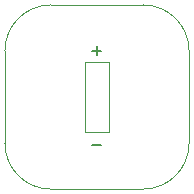
<source format=gbr>
%TF.GenerationSoftware,KiCad,Pcbnew,4.0.5-e0-6337~49~ubuntu16.04.1*%
%TF.CreationDate,2017-01-18T01:52:00-08:00*%
%TF.ProjectId,2x2-Generic-1206-SMT,3278322D47656E657269632D31323036,1.0*%
%TF.FileFunction,Other,Fab,Top*%
%FSLAX46Y46*%
G04 Gerber Fmt 4.6, Leading zero omitted, Abs format (unit mm)*
G04 Created by KiCad (PCBNEW 4.0.5-e0-6337~49~ubuntu16.04.1) date Wed Jan 18 01:52:00 2017*
%MOMM*%
%LPD*%
G01*
G04 APERTURE LIST*
%ADD10C,0.350000*%
%ADD11C,0.040640*%
%ADD12C,0.150000*%
G04 APERTURE END LIST*
D10*
D11*
X150193000Y-99838000D02*
X150193000Y-93838000D01*
X152193000Y-99838000D02*
X150193000Y-99838000D01*
X152193000Y-93838000D02*
X152193000Y-99838000D01*
X150193000Y-93838000D02*
X152193000Y-93838000D01*
X155093000Y-89038000D02*
X147293000Y-89038000D01*
X155093000Y-104638000D02*
X147293000Y-104638000D01*
X158993000Y-100738000D02*
X158993000Y-92938000D01*
X143393000Y-100738000D02*
X143393000Y-92938000D01*
X158993000Y-92938000D02*
G75*
G03X155093000Y-89038000I-3900000J0D01*
G01*
X155093000Y-104638000D02*
G75*
G03X158993000Y-100738000I0J3900000D01*
G01*
X143393000Y-100738000D02*
G75*
G03X147293000Y-104638000I3900000J0D01*
G01*
X147293000Y-89038000D02*
G75*
G03X143393000Y-92938000I0J-3900000D01*
G01*
D12*
X150812048Y-92909429D02*
X151573953Y-92909429D01*
X151193001Y-93290381D02*
X151193001Y-92528476D01*
X150812048Y-100909429D02*
X151573953Y-100909429D01*
M02*

</source>
